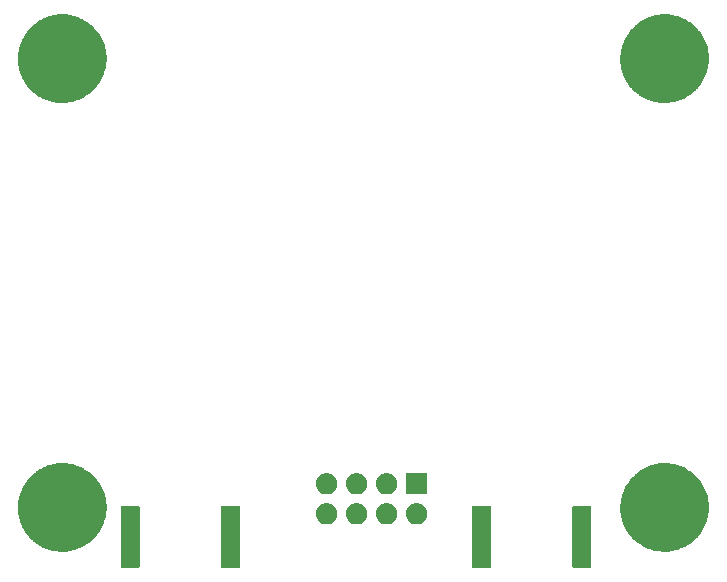
<source format=gbs>
G04 #@! TF.GenerationSoftware,KiCad,Pcbnew,(5.99.0-221-ga18d3cc)*
G04 #@! TF.CreationDate,2019-11-20T11:38:59-07:00*
G04 #@! TF.ProjectId,av3-top,6176332d-746f-4702-9e6b-696361645f70,rev?*
G04 #@! TF.SameCoordinates,Original*
G04 #@! TF.FileFunction,Soldermask,Bot*
G04 #@! TF.FilePolarity,Negative*
%FSLAX46Y46*%
G04 Gerber Fmt 4.6, Leading zero omitted, Abs format (unit mm)*
G04 Created by KiCad (PCBNEW (5.99.0-221-ga18d3cc)) date 2019-11-20 11:38:59*
%MOMM*%
%LPD*%
G04 APERTURE LIST*
%ADD10C,0.100000*%
G04 APERTURE END LIST*
D10*
G36*
X130019899Y-149911959D02*
G01*
X130036769Y-149923231D01*
X130048041Y-149940101D01*
X130054448Y-149972312D01*
X130054448Y-155027688D01*
X130051999Y-155040000D01*
X130048041Y-155059899D01*
X130036769Y-155076769D01*
X130019899Y-155088041D01*
X130000000Y-155091999D01*
X129987688Y-155094448D01*
X128512312Y-155094448D01*
X128480101Y-155088041D01*
X128463231Y-155076769D01*
X128451959Y-155059899D01*
X128445552Y-155027688D01*
X128445552Y-149972312D01*
X128451959Y-149940101D01*
X128463231Y-149923231D01*
X128480101Y-149911959D01*
X128512312Y-149905552D01*
X129987688Y-149905552D01*
X130019899Y-149911959D01*
G37*
G36*
X121519899Y-149911959D02*
G01*
X121536769Y-149923231D01*
X121548041Y-149940101D01*
X121554448Y-149972312D01*
X121554448Y-155027688D01*
X121551999Y-155040000D01*
X121548041Y-155059899D01*
X121536769Y-155076769D01*
X121519899Y-155088041D01*
X121500000Y-155091999D01*
X121487688Y-155094448D01*
X120012312Y-155094448D01*
X119980101Y-155088041D01*
X119963231Y-155076769D01*
X119951959Y-155059899D01*
X119945552Y-155027688D01*
X119945552Y-149972312D01*
X119951959Y-149940101D01*
X119963231Y-149923231D01*
X119980101Y-149911959D01*
X120012312Y-149905552D01*
X121487688Y-149905552D01*
X121519899Y-149911959D01*
G37*
G36*
X159769899Y-149911959D02*
G01*
X159786769Y-149923231D01*
X159798041Y-149940101D01*
X159804448Y-149972312D01*
X159804448Y-155027688D01*
X159801999Y-155040000D01*
X159798041Y-155059899D01*
X159786769Y-155076769D01*
X159769899Y-155088041D01*
X159750000Y-155091999D01*
X159737688Y-155094448D01*
X158262312Y-155094448D01*
X158230101Y-155088041D01*
X158213231Y-155076769D01*
X158201959Y-155059899D01*
X158195552Y-155027688D01*
X158195552Y-149972312D01*
X158201959Y-149940101D01*
X158213231Y-149923231D01*
X158230101Y-149911959D01*
X158262312Y-149905552D01*
X159737688Y-149905552D01*
X159769899Y-149911959D01*
G37*
G36*
X151269899Y-149911959D02*
G01*
X151286769Y-149923231D01*
X151298041Y-149940101D01*
X151304448Y-149972312D01*
X151304448Y-155027688D01*
X151301999Y-155040000D01*
X151298041Y-155059899D01*
X151286769Y-155076769D01*
X151269899Y-155088041D01*
X151250000Y-155091999D01*
X151237688Y-155094448D01*
X149762312Y-155094448D01*
X149730101Y-155088041D01*
X149713231Y-155076769D01*
X149701959Y-155059899D01*
X149695552Y-155027688D01*
X149695552Y-149972312D01*
X149701959Y-149940101D01*
X149713231Y-149923231D01*
X149730101Y-149911959D01*
X149762312Y-149905552D01*
X151237688Y-149905552D01*
X151269899Y-149911959D01*
G37*
G36*
X115149213Y-146251662D02*
G01*
X115294691Y-146255598D01*
X115341757Y-146261753D01*
X115386069Y-146264075D01*
X115530475Y-146286430D01*
X115678026Y-146305725D01*
X115721026Y-146315930D01*
X115761634Y-146322216D01*
X115906251Y-146359886D01*
X116054179Y-146394991D01*
X116092798Y-146408477D01*
X116129402Y-146418012D01*
X116272609Y-146471270D01*
X116419162Y-146522449D01*
X116453219Y-146538439D01*
X116485597Y-146550480D01*
X116625660Y-146619399D01*
X116769111Y-146686749D01*
X116798536Y-146704464D01*
X116826589Y-146718268D01*
X116961797Y-146802755D01*
X117100317Y-146886151D01*
X117125145Y-146904827D01*
X117148871Y-146919652D01*
X117277433Y-147019376D01*
X117409272Y-147118543D01*
X117429658Y-147137454D01*
X117449165Y-147152585D01*
X117569386Y-147267070D01*
X117692702Y-147381462D01*
X117708875Y-147399904D01*
X117724379Y-147414668D01*
X117834654Y-147543327D01*
X117947604Y-147672122D01*
X117959888Y-147689440D01*
X117971691Y-147703210D01*
X118070334Y-147845139D01*
X118171279Y-147987445D01*
X118180113Y-148003090D01*
X118188584Y-148015279D01*
X118274013Y-148169396D01*
X118361356Y-148324090D01*
X118367225Y-148337557D01*
X118372833Y-148347673D01*
X118443680Y-148512972D01*
X118515821Y-148678490D01*
X118519279Y-148689357D01*
X118522542Y-148696971D01*
X118577470Y-148872245D01*
X118633038Y-149046890D01*
X118634692Y-149054840D01*
X118636189Y-149059618D01*
X118674049Y-149244056D01*
X118711766Y-149425388D01*
X118712259Y-149430203D01*
X118712606Y-149431892D01*
X118732599Y-149628721D01*
X118751170Y-149809974D01*
X118750484Y-150203119D01*
X118749587Y-150211584D01*
X118749570Y-150216414D01*
X118729284Y-150403145D01*
X118709738Y-150587565D01*
X118708733Y-150592312D01*
X118708548Y-150594018D01*
X118667515Y-150787062D01*
X118629689Y-150965786D01*
X118573901Y-151139027D01*
X118513361Y-151327589D01*
X118512669Y-151329173D01*
X118511187Y-151333775D01*
X118436676Y-151503114D01*
X118361215Y-151675836D01*
X118358754Y-151680203D01*
X118355485Y-151687633D01*
X118264882Y-151846799D01*
X118174650Y-152006935D01*
X118169870Y-152013711D01*
X118164234Y-152023612D01*
X118059323Y-152170422D01*
X117955591Y-152317471D01*
X117948001Y-152326202D01*
X117939461Y-152338153D01*
X117821861Y-152471309D01*
X117706258Y-152604295D01*
X117695438Y-152614455D01*
X117683545Y-152627922D01*
X117555229Y-152746121D01*
X117429225Y-152864447D01*
X117414815Y-152875464D01*
X117399199Y-152889849D01*
X117261968Y-152992325D01*
X117127323Y-153095268D01*
X117109081Y-153106490D01*
X117089435Y-153121161D01*
X116945086Y-153207381D01*
X116803631Y-153294405D01*
X116781396Y-153305154D01*
X116757535Y-153319406D01*
X116607984Y-153388984D01*
X116461483Y-153459805D01*
X116435197Y-153469372D01*
X116407015Y-153482484D01*
X116254143Y-153535271D01*
X116104363Y-153589787D01*
X116074054Y-153597456D01*
X116041588Y-153608667D01*
X115887276Y-153644719D01*
X115735935Y-153683014D01*
X115701760Y-153688060D01*
X115665127Y-153696619D01*
X115511139Y-153716209D01*
X115359977Y-153738530D01*
X115322187Y-153740246D01*
X115281619Y-153745407D01*
X115129687Y-153748988D01*
X114980337Y-153755770D01*
X114939291Y-153753475D01*
X114895127Y-153754516D01*
X114746836Y-153742715D01*
X114600891Y-153734555D01*
X114557053Y-153727612D01*
X114509746Y-153723847D01*
X114366653Y-153697455D01*
X114225537Y-153675105D01*
X114179454Y-153662929D01*
X114129560Y-153653727D01*
X113993045Y-153613677D01*
X113858110Y-153578026D01*
X113810424Y-153560102D01*
X113758595Y-153544897D01*
X113629939Y-153492263D01*
X113502365Y-153444311D01*
X113453793Y-153420200D01*
X113400781Y-153398512D01*
X113281102Y-153334475D01*
X113161965Y-153275335D01*
X113113299Y-153244688D01*
X113059911Y-153216122D01*
X112950158Y-153141953D01*
X112840381Y-153072823D01*
X112792472Y-153035392D01*
X112739595Y-152999659D01*
X112640544Y-152916692D01*
X112540912Y-152838851D01*
X112494667Y-152794504D01*
X112443226Y-152751416D01*
X112355500Y-152661048D01*
X112266619Y-152575814D01*
X112222964Y-152524519D01*
X112173945Y-152474024D01*
X112097987Y-152377672D01*
X112020306Y-152286397D01*
X111980200Y-152228260D01*
X111934604Y-152170422D01*
X111870698Y-152069528D01*
X111804505Y-151973576D01*
X111768900Y-151908811D01*
X111727738Y-151843825D01*
X111675998Y-151739824D01*
X111621422Y-151640550D01*
X111591259Y-151569491D01*
X111555541Y-151497694D01*
X111515914Y-151391987D01*
X111472931Y-151290726D01*
X111449134Y-151213851D01*
X111419835Y-151135695D01*
X111392111Y-151029641D01*
X111360550Y-150927684D01*
X111343994Y-150845576D01*
X111322059Y-150761665D01*
X111305879Y-150656543D01*
X111285433Y-150555140D01*
X111276940Y-150468523D01*
X111263248Y-150379565D01*
X111258123Y-150276615D01*
X111248348Y-150176925D01*
X111248663Y-150086598D01*
X111244026Y-149993445D01*
X111249337Y-149893775D01*
X111249675Y-149796890D01*
X111259459Y-149703801D01*
X111264596Y-149607393D01*
X111279616Y-149512021D01*
X111289400Y-149418934D01*
X111309212Y-149324100D01*
X111324740Y-149225501D01*
X111348644Y-149135346D01*
X111367114Y-149046935D01*
X111397401Y-148951460D01*
X111423821Y-148851815D01*
X111455712Y-148767640D01*
X111482029Y-148684679D01*
X111523110Y-148589746D01*
X111560790Y-148490292D01*
X111599694Y-148412771D01*
X111632957Y-148335905D01*
X111685020Y-148242749D01*
X111734194Y-148144764D01*
X111779104Y-148074404D01*
X111818362Y-148004161D01*
X111881457Y-147914051D01*
X111942198Y-147818891D01*
X111992063Y-147756090D01*
X112036337Y-147692860D01*
X112110365Y-147607098D01*
X112182598Y-147516126D01*
X112236371Y-147461119D01*
X112284669Y-147405165D01*
X112369364Y-147325073D01*
X112452846Y-147239675D01*
X112509475Y-147192577D01*
X112560788Y-147144053D01*
X112655738Y-147070932D01*
X112750079Y-146992469D01*
X112808532Y-146953264D01*
X112861886Y-146912176D01*
X112966521Y-146847300D01*
X113071149Y-146777125D01*
X113130442Y-146745665D01*
X113184883Y-146711910D01*
X113298496Y-146656497D01*
X113412654Y-146595926D01*
X113471815Y-146571963D01*
X113526446Y-146545318D01*
X113648177Y-146500530D01*
X113770976Y-146450791D01*
X113829143Y-146433947D01*
X113883115Y-146414089D01*
X114011931Y-146381015D01*
X114142319Y-146343257D01*
X114198694Y-146333063D01*
X114251206Y-146319580D01*
X114385930Y-146299205D01*
X114522748Y-146274464D01*
X114576613Y-146270367D01*
X114626975Y-146262750D01*
X114766367Y-146255932D01*
X114908233Y-146245141D01*
X114958950Y-146246513D01*
X115006555Y-146244185D01*
X115149213Y-146251662D01*
G37*
G36*
X166149213Y-146251662D02*
G01*
X166294691Y-146255598D01*
X166341757Y-146261753D01*
X166386069Y-146264075D01*
X166530475Y-146286430D01*
X166678026Y-146305725D01*
X166721026Y-146315930D01*
X166761634Y-146322216D01*
X166906251Y-146359886D01*
X167054179Y-146394991D01*
X167092798Y-146408477D01*
X167129402Y-146418012D01*
X167272609Y-146471270D01*
X167419162Y-146522449D01*
X167453219Y-146538439D01*
X167485597Y-146550480D01*
X167625660Y-146619399D01*
X167769111Y-146686749D01*
X167798536Y-146704464D01*
X167826589Y-146718268D01*
X167961797Y-146802755D01*
X168100317Y-146886151D01*
X168125145Y-146904827D01*
X168148871Y-146919652D01*
X168277433Y-147019376D01*
X168409272Y-147118543D01*
X168429658Y-147137454D01*
X168449165Y-147152585D01*
X168569386Y-147267070D01*
X168692702Y-147381462D01*
X168708875Y-147399904D01*
X168724379Y-147414668D01*
X168834654Y-147543327D01*
X168947604Y-147672122D01*
X168959888Y-147689440D01*
X168971691Y-147703210D01*
X169070334Y-147845139D01*
X169171279Y-147987445D01*
X169180113Y-148003090D01*
X169188584Y-148015279D01*
X169274013Y-148169396D01*
X169361356Y-148324090D01*
X169367225Y-148337557D01*
X169372833Y-148347673D01*
X169443680Y-148512972D01*
X169515821Y-148678490D01*
X169519279Y-148689357D01*
X169522542Y-148696971D01*
X169577470Y-148872245D01*
X169633038Y-149046890D01*
X169634692Y-149054840D01*
X169636189Y-149059618D01*
X169674049Y-149244056D01*
X169711766Y-149425388D01*
X169712259Y-149430203D01*
X169712606Y-149431892D01*
X169732599Y-149628721D01*
X169751170Y-149809974D01*
X169750484Y-150203119D01*
X169749587Y-150211584D01*
X169749570Y-150216414D01*
X169729284Y-150403145D01*
X169709738Y-150587565D01*
X169708733Y-150592312D01*
X169708548Y-150594018D01*
X169667515Y-150787062D01*
X169629689Y-150965786D01*
X169573901Y-151139027D01*
X169513361Y-151327589D01*
X169512669Y-151329173D01*
X169511187Y-151333775D01*
X169436676Y-151503114D01*
X169361215Y-151675836D01*
X169358754Y-151680203D01*
X169355485Y-151687633D01*
X169264882Y-151846799D01*
X169174650Y-152006935D01*
X169169870Y-152013711D01*
X169164234Y-152023612D01*
X169059323Y-152170422D01*
X168955591Y-152317471D01*
X168948001Y-152326202D01*
X168939461Y-152338153D01*
X168821861Y-152471309D01*
X168706258Y-152604295D01*
X168695438Y-152614455D01*
X168683545Y-152627922D01*
X168555229Y-152746121D01*
X168429225Y-152864447D01*
X168414815Y-152875464D01*
X168399199Y-152889849D01*
X168261968Y-152992325D01*
X168127323Y-153095268D01*
X168109081Y-153106490D01*
X168089435Y-153121161D01*
X167945086Y-153207381D01*
X167803631Y-153294405D01*
X167781396Y-153305154D01*
X167757535Y-153319406D01*
X167607984Y-153388984D01*
X167461483Y-153459805D01*
X167435197Y-153469372D01*
X167407015Y-153482484D01*
X167254143Y-153535271D01*
X167104363Y-153589787D01*
X167074054Y-153597456D01*
X167041588Y-153608667D01*
X166887276Y-153644719D01*
X166735935Y-153683014D01*
X166701760Y-153688060D01*
X166665127Y-153696619D01*
X166511139Y-153716209D01*
X166359977Y-153738530D01*
X166322187Y-153740246D01*
X166281619Y-153745407D01*
X166129687Y-153748988D01*
X165980337Y-153755770D01*
X165939291Y-153753475D01*
X165895127Y-153754516D01*
X165746836Y-153742715D01*
X165600891Y-153734555D01*
X165557053Y-153727612D01*
X165509746Y-153723847D01*
X165366653Y-153697455D01*
X165225537Y-153675105D01*
X165179454Y-153662929D01*
X165129560Y-153653727D01*
X164993045Y-153613677D01*
X164858110Y-153578026D01*
X164810424Y-153560102D01*
X164758595Y-153544897D01*
X164629939Y-153492263D01*
X164502365Y-153444311D01*
X164453793Y-153420200D01*
X164400781Y-153398512D01*
X164281102Y-153334475D01*
X164161965Y-153275335D01*
X164113299Y-153244688D01*
X164059911Y-153216122D01*
X163950158Y-153141953D01*
X163840381Y-153072823D01*
X163792472Y-153035392D01*
X163739595Y-152999659D01*
X163640544Y-152916692D01*
X163540912Y-152838851D01*
X163494667Y-152794504D01*
X163443226Y-152751416D01*
X163355500Y-152661048D01*
X163266619Y-152575814D01*
X163222964Y-152524519D01*
X163173945Y-152474024D01*
X163097987Y-152377672D01*
X163020306Y-152286397D01*
X162980200Y-152228260D01*
X162934604Y-152170422D01*
X162870698Y-152069528D01*
X162804505Y-151973576D01*
X162768900Y-151908811D01*
X162727738Y-151843825D01*
X162675998Y-151739824D01*
X162621422Y-151640550D01*
X162591259Y-151569491D01*
X162555541Y-151497694D01*
X162515914Y-151391987D01*
X162472931Y-151290726D01*
X162449134Y-151213851D01*
X162419835Y-151135695D01*
X162392111Y-151029641D01*
X162360550Y-150927684D01*
X162343994Y-150845576D01*
X162322059Y-150761665D01*
X162305879Y-150656543D01*
X162285433Y-150555140D01*
X162276940Y-150468523D01*
X162263248Y-150379565D01*
X162258123Y-150276615D01*
X162248348Y-150176925D01*
X162248663Y-150086598D01*
X162244026Y-149993445D01*
X162249337Y-149893775D01*
X162249675Y-149796890D01*
X162259459Y-149703801D01*
X162264596Y-149607393D01*
X162279616Y-149512021D01*
X162289400Y-149418934D01*
X162309212Y-149324100D01*
X162324740Y-149225501D01*
X162348644Y-149135346D01*
X162367114Y-149046935D01*
X162397401Y-148951460D01*
X162423821Y-148851815D01*
X162455712Y-148767640D01*
X162482029Y-148684679D01*
X162523110Y-148589746D01*
X162560790Y-148490292D01*
X162599694Y-148412771D01*
X162632957Y-148335905D01*
X162685020Y-148242749D01*
X162734194Y-148144764D01*
X162779104Y-148074404D01*
X162818362Y-148004161D01*
X162881457Y-147914051D01*
X162942198Y-147818891D01*
X162992063Y-147756090D01*
X163036337Y-147692860D01*
X163110365Y-147607098D01*
X163182598Y-147516126D01*
X163236371Y-147461119D01*
X163284669Y-147405165D01*
X163369364Y-147325073D01*
X163452846Y-147239675D01*
X163509475Y-147192577D01*
X163560788Y-147144053D01*
X163655738Y-147070932D01*
X163750079Y-146992469D01*
X163808532Y-146953264D01*
X163861886Y-146912176D01*
X163966521Y-146847300D01*
X164071149Y-146777125D01*
X164130442Y-146745665D01*
X164184883Y-146711910D01*
X164298496Y-146656497D01*
X164412654Y-146595926D01*
X164471815Y-146571963D01*
X164526446Y-146545318D01*
X164648177Y-146500530D01*
X164770976Y-146450791D01*
X164829143Y-146433947D01*
X164883115Y-146414089D01*
X165011931Y-146381015D01*
X165142319Y-146343257D01*
X165198694Y-146333063D01*
X165251206Y-146319580D01*
X165385930Y-146299205D01*
X165522748Y-146274464D01*
X165576613Y-146270367D01*
X165626975Y-146262750D01*
X165766367Y-146255932D01*
X165908233Y-146245141D01*
X165958950Y-146246513D01*
X166006555Y-146244185D01*
X166149213Y-146251662D01*
G37*
G36*
X142648360Y-149653835D02*
G01*
X142729397Y-149680166D01*
X142816663Y-149707848D01*
X142819655Y-149709493D01*
X142828488Y-149712363D01*
X142900466Y-149753919D01*
X142971499Y-149792970D01*
X142978986Y-149799253D01*
X142992511Y-149807061D01*
X143050259Y-149859057D01*
X143106857Y-149906549D01*
X143116962Y-149919118D01*
X143133261Y-149933793D01*
X143175454Y-149991867D01*
X143217579Y-150044260D01*
X143227994Y-150064182D01*
X143244586Y-150087019D01*
X143271297Y-150147012D01*
X143299439Y-150200843D01*
X143307582Y-150228510D01*
X143321621Y-150260042D01*
X143333992Y-150318241D01*
X143349328Y-150370349D01*
X143352518Y-150405401D01*
X143360999Y-150445301D01*
X143360999Y-150498592D01*
X143365343Y-150546324D01*
X143360999Y-150587653D01*
X143360999Y-150634699D01*
X143351217Y-150680721D01*
X143346873Y-150722047D01*
X143332702Y-150767827D01*
X143321621Y-150819958D01*
X143305028Y-150857226D01*
X143294622Y-150890843D01*
X143268789Y-150938620D01*
X143244586Y-150992981D01*
X143224298Y-151020905D01*
X143210580Y-151046276D01*
X143171859Y-151093082D01*
X143133261Y-151146207D01*
X143112284Y-151165095D01*
X143097952Y-151182419D01*
X143045845Y-151224917D01*
X142992511Y-151272939D01*
X142973524Y-151283901D01*
X142961025Y-151294095D01*
X142895780Y-151328786D01*
X142828488Y-151367637D01*
X142813636Y-151372463D01*
X142805003Y-151377053D01*
X142727430Y-151400473D01*
X142648360Y-151426165D01*
X142639114Y-151427137D01*
X142635851Y-151428122D01*
X142544710Y-151437059D01*
X142507211Y-151441000D01*
X142412789Y-151441000D01*
X142271640Y-151426165D01*
X142190603Y-151399834D01*
X142103337Y-151372152D01*
X142100345Y-151370507D01*
X142091512Y-151367637D01*
X142019534Y-151326081D01*
X141948501Y-151287030D01*
X141941014Y-151280747D01*
X141927489Y-151272939D01*
X141869741Y-151220943D01*
X141813143Y-151173451D01*
X141803038Y-151160882D01*
X141786739Y-151146207D01*
X141744546Y-151088133D01*
X141702421Y-151035740D01*
X141692006Y-151015818D01*
X141675414Y-150992981D01*
X141648703Y-150932988D01*
X141620561Y-150879157D01*
X141612418Y-150851490D01*
X141598379Y-150819958D01*
X141586008Y-150761759D01*
X141570672Y-150709651D01*
X141567482Y-150674599D01*
X141559001Y-150634699D01*
X141559001Y-150581408D01*
X141554657Y-150533676D01*
X141559001Y-150492347D01*
X141559001Y-150445301D01*
X141568783Y-150399279D01*
X141573127Y-150357953D01*
X141587298Y-150312173D01*
X141598379Y-150260042D01*
X141614972Y-150222774D01*
X141625378Y-150189157D01*
X141651211Y-150141380D01*
X141675414Y-150087019D01*
X141695702Y-150059095D01*
X141709420Y-150033724D01*
X141748141Y-149986918D01*
X141786739Y-149933793D01*
X141807716Y-149914905D01*
X141822048Y-149897581D01*
X141874155Y-149855083D01*
X141927489Y-149807061D01*
X141946476Y-149796099D01*
X141958975Y-149785905D01*
X142024220Y-149751214D01*
X142091512Y-149712363D01*
X142106364Y-149707537D01*
X142114997Y-149702947D01*
X142192570Y-149679527D01*
X142271640Y-149653835D01*
X142280886Y-149652863D01*
X142284149Y-149651878D01*
X142375290Y-149642941D01*
X142412789Y-149639000D01*
X142507211Y-149639000D01*
X142648360Y-149653835D01*
G37*
G36*
X140108360Y-149653835D02*
G01*
X140189397Y-149680166D01*
X140276663Y-149707848D01*
X140279655Y-149709493D01*
X140288488Y-149712363D01*
X140360466Y-149753919D01*
X140431499Y-149792970D01*
X140438986Y-149799253D01*
X140452511Y-149807061D01*
X140510259Y-149859057D01*
X140566857Y-149906549D01*
X140576962Y-149919118D01*
X140593261Y-149933793D01*
X140635454Y-149991867D01*
X140677579Y-150044260D01*
X140687994Y-150064182D01*
X140704586Y-150087019D01*
X140731297Y-150147012D01*
X140759439Y-150200843D01*
X140767582Y-150228510D01*
X140781621Y-150260042D01*
X140793992Y-150318241D01*
X140809328Y-150370349D01*
X140812518Y-150405401D01*
X140820999Y-150445301D01*
X140820999Y-150498592D01*
X140825343Y-150546324D01*
X140820999Y-150587653D01*
X140820999Y-150634699D01*
X140811217Y-150680721D01*
X140806873Y-150722047D01*
X140792702Y-150767827D01*
X140781621Y-150819958D01*
X140765028Y-150857226D01*
X140754622Y-150890843D01*
X140728789Y-150938620D01*
X140704586Y-150992981D01*
X140684298Y-151020905D01*
X140670580Y-151046276D01*
X140631859Y-151093082D01*
X140593261Y-151146207D01*
X140572284Y-151165095D01*
X140557952Y-151182419D01*
X140505845Y-151224917D01*
X140452511Y-151272939D01*
X140433524Y-151283901D01*
X140421025Y-151294095D01*
X140355780Y-151328786D01*
X140288488Y-151367637D01*
X140273636Y-151372463D01*
X140265003Y-151377053D01*
X140187430Y-151400473D01*
X140108360Y-151426165D01*
X140099114Y-151427137D01*
X140095851Y-151428122D01*
X140004710Y-151437059D01*
X139967211Y-151441000D01*
X139872789Y-151441000D01*
X139731640Y-151426165D01*
X139650603Y-151399834D01*
X139563337Y-151372152D01*
X139560345Y-151370507D01*
X139551512Y-151367637D01*
X139479534Y-151326081D01*
X139408501Y-151287030D01*
X139401014Y-151280747D01*
X139387489Y-151272939D01*
X139329741Y-151220943D01*
X139273143Y-151173451D01*
X139263038Y-151160882D01*
X139246739Y-151146207D01*
X139204546Y-151088133D01*
X139162421Y-151035740D01*
X139152006Y-151015818D01*
X139135414Y-150992981D01*
X139108703Y-150932988D01*
X139080561Y-150879157D01*
X139072418Y-150851490D01*
X139058379Y-150819958D01*
X139046008Y-150761759D01*
X139030672Y-150709651D01*
X139027482Y-150674599D01*
X139019001Y-150634699D01*
X139019001Y-150581408D01*
X139014657Y-150533676D01*
X139019001Y-150492347D01*
X139019001Y-150445301D01*
X139028783Y-150399279D01*
X139033127Y-150357953D01*
X139047298Y-150312173D01*
X139058379Y-150260042D01*
X139074972Y-150222774D01*
X139085378Y-150189157D01*
X139111211Y-150141380D01*
X139135414Y-150087019D01*
X139155702Y-150059095D01*
X139169420Y-150033724D01*
X139208141Y-149986918D01*
X139246739Y-149933793D01*
X139267716Y-149914905D01*
X139282048Y-149897581D01*
X139334155Y-149855083D01*
X139387489Y-149807061D01*
X139406476Y-149796099D01*
X139418975Y-149785905D01*
X139484220Y-149751214D01*
X139551512Y-149712363D01*
X139566364Y-149707537D01*
X139574997Y-149702947D01*
X139652570Y-149679527D01*
X139731640Y-149653835D01*
X139740886Y-149652863D01*
X139744149Y-149651878D01*
X139835290Y-149642941D01*
X139872789Y-149639000D01*
X139967211Y-149639000D01*
X140108360Y-149653835D01*
G37*
G36*
X145188360Y-149653835D02*
G01*
X145269397Y-149680166D01*
X145356663Y-149707848D01*
X145359655Y-149709493D01*
X145368488Y-149712363D01*
X145440466Y-149753919D01*
X145511499Y-149792970D01*
X145518986Y-149799253D01*
X145532511Y-149807061D01*
X145590259Y-149859057D01*
X145646857Y-149906549D01*
X145656962Y-149919118D01*
X145673261Y-149933793D01*
X145715454Y-149991867D01*
X145757579Y-150044260D01*
X145767994Y-150064182D01*
X145784586Y-150087019D01*
X145811297Y-150147012D01*
X145839439Y-150200843D01*
X145847582Y-150228510D01*
X145861621Y-150260042D01*
X145873992Y-150318241D01*
X145889328Y-150370349D01*
X145892518Y-150405401D01*
X145900999Y-150445301D01*
X145900999Y-150498592D01*
X145905343Y-150546324D01*
X145900999Y-150587653D01*
X145900999Y-150634699D01*
X145891217Y-150680721D01*
X145886873Y-150722047D01*
X145872702Y-150767827D01*
X145861621Y-150819958D01*
X145845028Y-150857226D01*
X145834622Y-150890843D01*
X145808789Y-150938620D01*
X145784586Y-150992981D01*
X145764298Y-151020905D01*
X145750580Y-151046276D01*
X145711859Y-151093082D01*
X145673261Y-151146207D01*
X145652284Y-151165095D01*
X145637952Y-151182419D01*
X145585845Y-151224917D01*
X145532511Y-151272939D01*
X145513524Y-151283901D01*
X145501025Y-151294095D01*
X145435780Y-151328786D01*
X145368488Y-151367637D01*
X145353636Y-151372463D01*
X145345003Y-151377053D01*
X145267430Y-151400473D01*
X145188360Y-151426165D01*
X145179114Y-151427137D01*
X145175851Y-151428122D01*
X145084710Y-151437059D01*
X145047211Y-151441000D01*
X144952789Y-151441000D01*
X144811640Y-151426165D01*
X144730603Y-151399834D01*
X144643337Y-151372152D01*
X144640345Y-151370507D01*
X144631512Y-151367637D01*
X144559534Y-151326081D01*
X144488501Y-151287030D01*
X144481014Y-151280747D01*
X144467489Y-151272939D01*
X144409741Y-151220943D01*
X144353143Y-151173451D01*
X144343038Y-151160882D01*
X144326739Y-151146207D01*
X144284546Y-151088133D01*
X144242421Y-151035740D01*
X144232006Y-151015818D01*
X144215414Y-150992981D01*
X144188703Y-150932988D01*
X144160561Y-150879157D01*
X144152418Y-150851490D01*
X144138379Y-150819958D01*
X144126008Y-150761759D01*
X144110672Y-150709651D01*
X144107482Y-150674599D01*
X144099001Y-150634699D01*
X144099001Y-150581408D01*
X144094657Y-150533676D01*
X144099001Y-150492347D01*
X144099001Y-150445301D01*
X144108783Y-150399279D01*
X144113127Y-150357953D01*
X144127298Y-150312173D01*
X144138379Y-150260042D01*
X144154972Y-150222774D01*
X144165378Y-150189157D01*
X144191211Y-150141380D01*
X144215414Y-150087019D01*
X144235702Y-150059095D01*
X144249420Y-150033724D01*
X144288141Y-149986918D01*
X144326739Y-149933793D01*
X144347716Y-149914905D01*
X144362048Y-149897581D01*
X144414155Y-149855083D01*
X144467489Y-149807061D01*
X144486476Y-149796099D01*
X144498975Y-149785905D01*
X144564220Y-149751214D01*
X144631512Y-149712363D01*
X144646364Y-149707537D01*
X144654997Y-149702947D01*
X144732570Y-149679527D01*
X144811640Y-149653835D01*
X144820886Y-149652863D01*
X144824149Y-149651878D01*
X144915290Y-149642941D01*
X144952789Y-149639000D01*
X145047211Y-149639000D01*
X145188360Y-149653835D01*
G37*
G36*
X137568360Y-149653835D02*
G01*
X137649397Y-149680166D01*
X137736663Y-149707848D01*
X137739655Y-149709493D01*
X137748488Y-149712363D01*
X137820466Y-149753919D01*
X137891499Y-149792970D01*
X137898986Y-149799253D01*
X137912511Y-149807061D01*
X137970259Y-149859057D01*
X138026857Y-149906549D01*
X138036962Y-149919118D01*
X138053261Y-149933793D01*
X138095454Y-149991867D01*
X138137579Y-150044260D01*
X138147994Y-150064182D01*
X138164586Y-150087019D01*
X138191297Y-150147012D01*
X138219439Y-150200843D01*
X138227582Y-150228510D01*
X138241621Y-150260042D01*
X138253992Y-150318241D01*
X138269328Y-150370349D01*
X138272518Y-150405401D01*
X138280999Y-150445301D01*
X138280999Y-150498592D01*
X138285343Y-150546324D01*
X138280999Y-150587653D01*
X138280999Y-150634699D01*
X138271217Y-150680721D01*
X138266873Y-150722047D01*
X138252702Y-150767827D01*
X138241621Y-150819958D01*
X138225028Y-150857226D01*
X138214622Y-150890843D01*
X138188789Y-150938620D01*
X138164586Y-150992981D01*
X138144298Y-151020905D01*
X138130580Y-151046276D01*
X138091859Y-151093082D01*
X138053261Y-151146207D01*
X138032284Y-151165095D01*
X138017952Y-151182419D01*
X137965845Y-151224917D01*
X137912511Y-151272939D01*
X137893524Y-151283901D01*
X137881025Y-151294095D01*
X137815780Y-151328786D01*
X137748488Y-151367637D01*
X137733636Y-151372463D01*
X137725003Y-151377053D01*
X137647430Y-151400473D01*
X137568360Y-151426165D01*
X137559114Y-151427137D01*
X137555851Y-151428122D01*
X137464710Y-151437059D01*
X137427211Y-151441000D01*
X137332789Y-151441000D01*
X137191640Y-151426165D01*
X137110603Y-151399834D01*
X137023337Y-151372152D01*
X137020345Y-151370507D01*
X137011512Y-151367637D01*
X136939534Y-151326081D01*
X136868501Y-151287030D01*
X136861014Y-151280747D01*
X136847489Y-151272939D01*
X136789741Y-151220943D01*
X136733143Y-151173451D01*
X136723038Y-151160882D01*
X136706739Y-151146207D01*
X136664546Y-151088133D01*
X136622421Y-151035740D01*
X136612006Y-151015818D01*
X136595414Y-150992981D01*
X136568703Y-150932988D01*
X136540561Y-150879157D01*
X136532418Y-150851490D01*
X136518379Y-150819958D01*
X136506008Y-150761759D01*
X136490672Y-150709651D01*
X136487482Y-150674599D01*
X136479001Y-150634699D01*
X136479001Y-150581408D01*
X136474657Y-150533676D01*
X136479001Y-150492347D01*
X136479001Y-150445301D01*
X136488783Y-150399279D01*
X136493127Y-150357953D01*
X136507298Y-150312173D01*
X136518379Y-150260042D01*
X136534972Y-150222774D01*
X136545378Y-150189157D01*
X136571211Y-150141380D01*
X136595414Y-150087019D01*
X136615702Y-150059095D01*
X136629420Y-150033724D01*
X136668141Y-149986918D01*
X136706739Y-149933793D01*
X136727716Y-149914905D01*
X136742048Y-149897581D01*
X136794155Y-149855083D01*
X136847489Y-149807061D01*
X136866476Y-149796099D01*
X136878975Y-149785905D01*
X136944220Y-149751214D01*
X137011512Y-149712363D01*
X137026364Y-149707537D01*
X137034997Y-149702947D01*
X137112570Y-149679527D01*
X137191640Y-149653835D01*
X137200886Y-149652863D01*
X137204149Y-149651878D01*
X137295290Y-149642941D01*
X137332789Y-149639000D01*
X137427211Y-149639000D01*
X137568360Y-149653835D01*
G37*
G36*
X145869899Y-147101959D02*
G01*
X145886769Y-147113231D01*
X145898041Y-147130101D01*
X145904448Y-147162312D01*
X145904448Y-148837688D01*
X145901999Y-148850000D01*
X145898041Y-148869899D01*
X145886769Y-148886769D01*
X145869899Y-148898041D01*
X145850000Y-148901999D01*
X145837688Y-148904448D01*
X144162312Y-148904448D01*
X144130101Y-148898041D01*
X144113231Y-148886769D01*
X144101959Y-148869899D01*
X144095552Y-148837688D01*
X144095552Y-147162312D01*
X144101959Y-147130101D01*
X144113231Y-147113231D01*
X144130101Y-147101959D01*
X144162312Y-147095552D01*
X145837688Y-147095552D01*
X145869899Y-147101959D01*
G37*
G36*
X137568360Y-147113835D02*
G01*
X137649397Y-147140166D01*
X137736663Y-147167848D01*
X137739655Y-147169493D01*
X137748488Y-147172363D01*
X137820466Y-147213919D01*
X137891499Y-147252970D01*
X137898986Y-147259253D01*
X137912511Y-147267061D01*
X137970259Y-147319057D01*
X138026857Y-147366549D01*
X138036962Y-147379118D01*
X138053261Y-147393793D01*
X138095454Y-147451867D01*
X138137579Y-147504260D01*
X138147994Y-147524182D01*
X138164586Y-147547019D01*
X138191297Y-147607012D01*
X138219439Y-147660843D01*
X138227582Y-147688510D01*
X138241621Y-147720042D01*
X138253992Y-147778241D01*
X138269328Y-147830349D01*
X138272518Y-147865401D01*
X138280999Y-147905301D01*
X138280999Y-147958592D01*
X138285343Y-148006324D01*
X138280999Y-148047653D01*
X138280999Y-148094699D01*
X138271217Y-148140721D01*
X138266873Y-148182047D01*
X138252702Y-148227827D01*
X138241621Y-148279958D01*
X138225028Y-148317226D01*
X138214622Y-148350843D01*
X138188789Y-148398620D01*
X138164586Y-148452981D01*
X138144298Y-148480905D01*
X138130580Y-148506276D01*
X138091859Y-148553082D01*
X138053261Y-148606207D01*
X138032284Y-148625095D01*
X138017952Y-148642419D01*
X137965845Y-148684917D01*
X137912511Y-148732939D01*
X137893524Y-148743901D01*
X137881025Y-148754095D01*
X137815780Y-148788786D01*
X137748488Y-148827637D01*
X137733636Y-148832463D01*
X137725003Y-148837053D01*
X137647430Y-148860473D01*
X137568360Y-148886165D01*
X137559114Y-148887137D01*
X137555851Y-148888122D01*
X137464710Y-148897059D01*
X137427211Y-148901000D01*
X137332789Y-148901000D01*
X137191640Y-148886165D01*
X137110603Y-148859834D01*
X137023337Y-148832152D01*
X137020345Y-148830507D01*
X137011512Y-148827637D01*
X136939534Y-148786081D01*
X136868501Y-148747030D01*
X136861014Y-148740747D01*
X136847489Y-148732939D01*
X136789741Y-148680943D01*
X136733143Y-148633451D01*
X136723038Y-148620882D01*
X136706739Y-148606207D01*
X136664546Y-148548133D01*
X136622421Y-148495740D01*
X136612006Y-148475818D01*
X136595414Y-148452981D01*
X136568703Y-148392988D01*
X136540561Y-148339157D01*
X136532418Y-148311490D01*
X136518379Y-148279958D01*
X136506008Y-148221759D01*
X136490672Y-148169651D01*
X136487482Y-148134599D01*
X136479001Y-148094699D01*
X136479001Y-148041408D01*
X136474657Y-147993676D01*
X136479001Y-147952347D01*
X136479001Y-147905301D01*
X136488783Y-147859279D01*
X136493127Y-147817953D01*
X136507298Y-147772173D01*
X136518379Y-147720042D01*
X136534972Y-147682774D01*
X136545378Y-147649157D01*
X136571211Y-147601380D01*
X136595414Y-147547019D01*
X136615702Y-147519095D01*
X136629420Y-147493724D01*
X136668141Y-147446918D01*
X136706739Y-147393793D01*
X136727716Y-147374905D01*
X136742048Y-147357581D01*
X136794155Y-147315083D01*
X136847489Y-147267061D01*
X136866476Y-147256099D01*
X136878975Y-147245905D01*
X136944220Y-147211214D01*
X137011512Y-147172363D01*
X137026364Y-147167537D01*
X137034997Y-147162947D01*
X137112570Y-147139527D01*
X137191640Y-147113835D01*
X137200886Y-147112863D01*
X137204149Y-147111878D01*
X137295290Y-147102941D01*
X137332789Y-147099000D01*
X137427211Y-147099000D01*
X137568360Y-147113835D01*
G37*
G36*
X142648360Y-147113835D02*
G01*
X142729397Y-147140166D01*
X142816663Y-147167848D01*
X142819655Y-147169493D01*
X142828488Y-147172363D01*
X142900466Y-147213919D01*
X142971499Y-147252970D01*
X142978986Y-147259253D01*
X142992511Y-147267061D01*
X143050259Y-147319057D01*
X143106857Y-147366549D01*
X143116962Y-147379118D01*
X143133261Y-147393793D01*
X143175454Y-147451867D01*
X143217579Y-147504260D01*
X143227994Y-147524182D01*
X143244586Y-147547019D01*
X143271297Y-147607012D01*
X143299439Y-147660843D01*
X143307582Y-147688510D01*
X143321621Y-147720042D01*
X143333992Y-147778241D01*
X143349328Y-147830349D01*
X143352518Y-147865401D01*
X143360999Y-147905301D01*
X143360999Y-147958592D01*
X143365343Y-148006324D01*
X143360999Y-148047653D01*
X143360999Y-148094699D01*
X143351217Y-148140721D01*
X143346873Y-148182047D01*
X143332702Y-148227827D01*
X143321621Y-148279958D01*
X143305028Y-148317226D01*
X143294622Y-148350843D01*
X143268789Y-148398620D01*
X143244586Y-148452981D01*
X143224298Y-148480905D01*
X143210580Y-148506276D01*
X143171859Y-148553082D01*
X143133261Y-148606207D01*
X143112284Y-148625095D01*
X143097952Y-148642419D01*
X143045845Y-148684917D01*
X142992511Y-148732939D01*
X142973524Y-148743901D01*
X142961025Y-148754095D01*
X142895780Y-148788786D01*
X142828488Y-148827637D01*
X142813636Y-148832463D01*
X142805003Y-148837053D01*
X142727430Y-148860473D01*
X142648360Y-148886165D01*
X142639114Y-148887137D01*
X142635851Y-148888122D01*
X142544710Y-148897059D01*
X142507211Y-148901000D01*
X142412789Y-148901000D01*
X142271640Y-148886165D01*
X142190603Y-148859834D01*
X142103337Y-148832152D01*
X142100345Y-148830507D01*
X142091512Y-148827637D01*
X142019534Y-148786081D01*
X141948501Y-148747030D01*
X141941014Y-148740747D01*
X141927489Y-148732939D01*
X141869741Y-148680943D01*
X141813143Y-148633451D01*
X141803038Y-148620882D01*
X141786739Y-148606207D01*
X141744546Y-148548133D01*
X141702421Y-148495740D01*
X141692006Y-148475818D01*
X141675414Y-148452981D01*
X141648703Y-148392988D01*
X141620561Y-148339157D01*
X141612418Y-148311490D01*
X141598379Y-148279958D01*
X141586008Y-148221759D01*
X141570672Y-148169651D01*
X141567482Y-148134599D01*
X141559001Y-148094699D01*
X141559001Y-148041408D01*
X141554657Y-147993676D01*
X141559001Y-147952347D01*
X141559001Y-147905301D01*
X141568783Y-147859279D01*
X141573127Y-147817953D01*
X141587298Y-147772173D01*
X141598379Y-147720042D01*
X141614972Y-147682774D01*
X141625378Y-147649157D01*
X141651211Y-147601380D01*
X141675414Y-147547019D01*
X141695702Y-147519095D01*
X141709420Y-147493724D01*
X141748141Y-147446918D01*
X141786739Y-147393793D01*
X141807716Y-147374905D01*
X141822048Y-147357581D01*
X141874155Y-147315083D01*
X141927489Y-147267061D01*
X141946476Y-147256099D01*
X141958975Y-147245905D01*
X142024220Y-147211214D01*
X142091512Y-147172363D01*
X142106364Y-147167537D01*
X142114997Y-147162947D01*
X142192570Y-147139527D01*
X142271640Y-147113835D01*
X142280886Y-147112863D01*
X142284149Y-147111878D01*
X142375290Y-147102941D01*
X142412789Y-147099000D01*
X142507211Y-147099000D01*
X142648360Y-147113835D01*
G37*
G36*
X140108360Y-147113835D02*
G01*
X140189397Y-147140166D01*
X140276663Y-147167848D01*
X140279655Y-147169493D01*
X140288488Y-147172363D01*
X140360466Y-147213919D01*
X140431499Y-147252970D01*
X140438986Y-147259253D01*
X140452511Y-147267061D01*
X140510259Y-147319057D01*
X140566857Y-147366549D01*
X140576962Y-147379118D01*
X140593261Y-147393793D01*
X140635454Y-147451867D01*
X140677579Y-147504260D01*
X140687994Y-147524182D01*
X140704586Y-147547019D01*
X140731297Y-147607012D01*
X140759439Y-147660843D01*
X140767582Y-147688510D01*
X140781621Y-147720042D01*
X140793992Y-147778241D01*
X140809328Y-147830349D01*
X140812518Y-147865401D01*
X140820999Y-147905301D01*
X140820999Y-147958592D01*
X140825343Y-148006324D01*
X140820999Y-148047653D01*
X140820999Y-148094699D01*
X140811217Y-148140721D01*
X140806873Y-148182047D01*
X140792702Y-148227827D01*
X140781621Y-148279958D01*
X140765028Y-148317226D01*
X140754622Y-148350843D01*
X140728789Y-148398620D01*
X140704586Y-148452981D01*
X140684298Y-148480905D01*
X140670580Y-148506276D01*
X140631859Y-148553082D01*
X140593261Y-148606207D01*
X140572284Y-148625095D01*
X140557952Y-148642419D01*
X140505845Y-148684917D01*
X140452511Y-148732939D01*
X140433524Y-148743901D01*
X140421025Y-148754095D01*
X140355780Y-148788786D01*
X140288488Y-148827637D01*
X140273636Y-148832463D01*
X140265003Y-148837053D01*
X140187430Y-148860473D01*
X140108360Y-148886165D01*
X140099114Y-148887137D01*
X140095851Y-148888122D01*
X140004710Y-148897059D01*
X139967211Y-148901000D01*
X139872789Y-148901000D01*
X139731640Y-148886165D01*
X139650603Y-148859834D01*
X139563337Y-148832152D01*
X139560345Y-148830507D01*
X139551512Y-148827637D01*
X139479534Y-148786081D01*
X139408501Y-148747030D01*
X139401014Y-148740747D01*
X139387489Y-148732939D01*
X139329741Y-148680943D01*
X139273143Y-148633451D01*
X139263038Y-148620882D01*
X139246739Y-148606207D01*
X139204546Y-148548133D01*
X139162421Y-148495740D01*
X139152006Y-148475818D01*
X139135414Y-148452981D01*
X139108703Y-148392988D01*
X139080561Y-148339157D01*
X139072418Y-148311490D01*
X139058379Y-148279958D01*
X139046008Y-148221759D01*
X139030672Y-148169651D01*
X139027482Y-148134599D01*
X139019001Y-148094699D01*
X139019001Y-148041408D01*
X139014657Y-147993676D01*
X139019001Y-147952347D01*
X139019001Y-147905301D01*
X139028783Y-147859279D01*
X139033127Y-147817953D01*
X139047298Y-147772173D01*
X139058379Y-147720042D01*
X139074972Y-147682774D01*
X139085378Y-147649157D01*
X139111211Y-147601380D01*
X139135414Y-147547019D01*
X139155702Y-147519095D01*
X139169420Y-147493724D01*
X139208141Y-147446918D01*
X139246739Y-147393793D01*
X139267716Y-147374905D01*
X139282048Y-147357581D01*
X139334155Y-147315083D01*
X139387489Y-147267061D01*
X139406476Y-147256099D01*
X139418975Y-147245905D01*
X139484220Y-147211214D01*
X139551512Y-147172363D01*
X139566364Y-147167537D01*
X139574997Y-147162947D01*
X139652570Y-147139527D01*
X139731640Y-147113835D01*
X139740886Y-147112863D01*
X139744149Y-147111878D01*
X139835290Y-147102941D01*
X139872789Y-147099000D01*
X139967211Y-147099000D01*
X140108360Y-147113835D01*
G37*
G36*
X115149213Y-108251662D02*
G01*
X115294691Y-108255598D01*
X115341757Y-108261753D01*
X115386069Y-108264075D01*
X115530475Y-108286430D01*
X115678026Y-108305725D01*
X115721026Y-108315930D01*
X115761634Y-108322216D01*
X115906251Y-108359886D01*
X116054179Y-108394991D01*
X116092798Y-108408477D01*
X116129402Y-108418012D01*
X116272609Y-108471270D01*
X116419162Y-108522449D01*
X116453219Y-108538439D01*
X116485597Y-108550480D01*
X116625660Y-108619399D01*
X116769111Y-108686749D01*
X116798536Y-108704464D01*
X116826589Y-108718268D01*
X116961797Y-108802755D01*
X117100317Y-108886151D01*
X117125145Y-108904827D01*
X117148871Y-108919652D01*
X117277433Y-109019376D01*
X117409272Y-109118543D01*
X117429658Y-109137454D01*
X117449165Y-109152585D01*
X117569386Y-109267070D01*
X117692702Y-109381462D01*
X117708875Y-109399904D01*
X117724379Y-109414668D01*
X117834654Y-109543327D01*
X117947604Y-109672122D01*
X117959888Y-109689440D01*
X117971691Y-109703210D01*
X118070334Y-109845139D01*
X118171279Y-109987445D01*
X118180113Y-110003090D01*
X118188584Y-110015279D01*
X118274013Y-110169396D01*
X118361356Y-110324090D01*
X118367225Y-110337557D01*
X118372833Y-110347673D01*
X118443680Y-110512972D01*
X118515821Y-110678490D01*
X118519279Y-110689357D01*
X118522542Y-110696971D01*
X118577470Y-110872245D01*
X118633038Y-111046890D01*
X118634692Y-111054840D01*
X118636189Y-111059618D01*
X118674049Y-111244056D01*
X118711766Y-111425388D01*
X118712259Y-111430203D01*
X118712606Y-111431892D01*
X118732599Y-111628721D01*
X118751170Y-111809974D01*
X118750484Y-112203119D01*
X118749587Y-112211584D01*
X118749570Y-112216414D01*
X118729284Y-112403145D01*
X118709738Y-112587565D01*
X118708733Y-112592312D01*
X118708548Y-112594018D01*
X118667515Y-112787062D01*
X118629689Y-112965786D01*
X118573901Y-113139027D01*
X118513361Y-113327589D01*
X118512669Y-113329173D01*
X118511187Y-113333775D01*
X118436676Y-113503114D01*
X118361215Y-113675836D01*
X118358754Y-113680203D01*
X118355485Y-113687633D01*
X118264882Y-113846799D01*
X118174650Y-114006935D01*
X118169870Y-114013711D01*
X118164234Y-114023612D01*
X118059323Y-114170422D01*
X117955591Y-114317471D01*
X117948001Y-114326202D01*
X117939461Y-114338153D01*
X117821861Y-114471309D01*
X117706258Y-114604295D01*
X117695438Y-114614455D01*
X117683545Y-114627922D01*
X117555229Y-114746121D01*
X117429225Y-114864447D01*
X117414815Y-114875464D01*
X117399199Y-114889849D01*
X117261968Y-114992325D01*
X117127323Y-115095268D01*
X117109081Y-115106490D01*
X117089435Y-115121161D01*
X116945086Y-115207381D01*
X116803631Y-115294405D01*
X116781396Y-115305154D01*
X116757535Y-115319406D01*
X116607984Y-115388984D01*
X116461483Y-115459805D01*
X116435197Y-115469372D01*
X116407015Y-115482484D01*
X116254143Y-115535271D01*
X116104363Y-115589787D01*
X116074054Y-115597456D01*
X116041588Y-115608667D01*
X115887276Y-115644719D01*
X115735935Y-115683014D01*
X115701760Y-115688060D01*
X115665127Y-115696619D01*
X115511139Y-115716209D01*
X115359977Y-115738530D01*
X115322187Y-115740246D01*
X115281619Y-115745407D01*
X115129687Y-115748988D01*
X114980337Y-115755770D01*
X114939291Y-115753475D01*
X114895127Y-115754516D01*
X114746836Y-115742715D01*
X114600891Y-115734555D01*
X114557053Y-115727612D01*
X114509746Y-115723847D01*
X114366653Y-115697455D01*
X114225537Y-115675105D01*
X114179454Y-115662929D01*
X114129560Y-115653727D01*
X113993045Y-115613677D01*
X113858110Y-115578026D01*
X113810424Y-115560102D01*
X113758595Y-115544897D01*
X113629939Y-115492263D01*
X113502365Y-115444311D01*
X113453793Y-115420200D01*
X113400781Y-115398512D01*
X113281102Y-115334475D01*
X113161965Y-115275335D01*
X113113299Y-115244688D01*
X113059911Y-115216122D01*
X112950158Y-115141953D01*
X112840381Y-115072823D01*
X112792472Y-115035392D01*
X112739595Y-114999659D01*
X112640544Y-114916692D01*
X112540912Y-114838851D01*
X112494667Y-114794504D01*
X112443226Y-114751416D01*
X112355500Y-114661048D01*
X112266619Y-114575814D01*
X112222964Y-114524519D01*
X112173945Y-114474024D01*
X112097987Y-114377672D01*
X112020306Y-114286397D01*
X111980200Y-114228260D01*
X111934604Y-114170422D01*
X111870698Y-114069528D01*
X111804505Y-113973576D01*
X111768900Y-113908811D01*
X111727738Y-113843825D01*
X111675998Y-113739824D01*
X111621422Y-113640550D01*
X111591259Y-113569491D01*
X111555541Y-113497694D01*
X111515914Y-113391987D01*
X111472931Y-113290726D01*
X111449134Y-113213851D01*
X111419835Y-113135695D01*
X111392111Y-113029641D01*
X111360550Y-112927684D01*
X111343994Y-112845576D01*
X111322059Y-112761665D01*
X111305879Y-112656543D01*
X111285433Y-112555140D01*
X111276940Y-112468523D01*
X111263248Y-112379565D01*
X111258123Y-112276615D01*
X111248348Y-112176925D01*
X111248663Y-112086598D01*
X111244026Y-111993445D01*
X111249337Y-111893775D01*
X111249675Y-111796890D01*
X111259459Y-111703801D01*
X111264596Y-111607393D01*
X111279616Y-111512021D01*
X111289400Y-111418934D01*
X111309212Y-111324100D01*
X111324740Y-111225501D01*
X111348644Y-111135346D01*
X111367114Y-111046935D01*
X111397401Y-110951460D01*
X111423821Y-110851815D01*
X111455712Y-110767640D01*
X111482029Y-110684679D01*
X111523110Y-110589746D01*
X111560790Y-110490292D01*
X111599694Y-110412771D01*
X111632957Y-110335905D01*
X111685020Y-110242749D01*
X111734194Y-110144764D01*
X111779104Y-110074404D01*
X111818362Y-110004161D01*
X111881457Y-109914051D01*
X111942198Y-109818891D01*
X111992063Y-109756090D01*
X112036337Y-109692860D01*
X112110365Y-109607098D01*
X112182598Y-109516126D01*
X112236371Y-109461119D01*
X112284669Y-109405165D01*
X112369364Y-109325073D01*
X112452846Y-109239675D01*
X112509475Y-109192577D01*
X112560788Y-109144053D01*
X112655738Y-109070932D01*
X112750079Y-108992469D01*
X112808532Y-108953264D01*
X112861886Y-108912176D01*
X112966521Y-108847300D01*
X113071149Y-108777125D01*
X113130442Y-108745665D01*
X113184883Y-108711910D01*
X113298496Y-108656497D01*
X113412654Y-108595926D01*
X113471815Y-108571963D01*
X113526446Y-108545318D01*
X113648177Y-108500530D01*
X113770976Y-108450791D01*
X113829143Y-108433947D01*
X113883115Y-108414089D01*
X114011931Y-108381015D01*
X114142319Y-108343257D01*
X114198694Y-108333063D01*
X114251206Y-108319580D01*
X114385930Y-108299205D01*
X114522748Y-108274464D01*
X114576613Y-108270367D01*
X114626975Y-108262750D01*
X114766367Y-108255932D01*
X114908233Y-108245141D01*
X114958950Y-108246513D01*
X115006555Y-108244185D01*
X115149213Y-108251662D01*
G37*
G36*
X166149213Y-108251662D02*
G01*
X166294691Y-108255598D01*
X166341757Y-108261753D01*
X166386069Y-108264075D01*
X166530475Y-108286430D01*
X166678026Y-108305725D01*
X166721026Y-108315930D01*
X166761634Y-108322216D01*
X166906251Y-108359886D01*
X167054179Y-108394991D01*
X167092798Y-108408477D01*
X167129402Y-108418012D01*
X167272609Y-108471270D01*
X167419162Y-108522449D01*
X167453219Y-108538439D01*
X167485597Y-108550480D01*
X167625660Y-108619399D01*
X167769111Y-108686749D01*
X167798536Y-108704464D01*
X167826589Y-108718268D01*
X167961797Y-108802755D01*
X168100317Y-108886151D01*
X168125145Y-108904827D01*
X168148871Y-108919652D01*
X168277433Y-109019376D01*
X168409272Y-109118543D01*
X168429658Y-109137454D01*
X168449165Y-109152585D01*
X168569386Y-109267070D01*
X168692702Y-109381462D01*
X168708875Y-109399904D01*
X168724379Y-109414668D01*
X168834654Y-109543327D01*
X168947604Y-109672122D01*
X168959888Y-109689440D01*
X168971691Y-109703210D01*
X169070334Y-109845139D01*
X169171279Y-109987445D01*
X169180113Y-110003090D01*
X169188584Y-110015279D01*
X169274013Y-110169396D01*
X169361356Y-110324090D01*
X169367225Y-110337557D01*
X169372833Y-110347673D01*
X169443680Y-110512972D01*
X169515821Y-110678490D01*
X169519279Y-110689357D01*
X169522542Y-110696971D01*
X169577470Y-110872245D01*
X169633038Y-111046890D01*
X169634692Y-111054840D01*
X169636189Y-111059618D01*
X169674049Y-111244056D01*
X169711766Y-111425388D01*
X169712259Y-111430203D01*
X169712606Y-111431892D01*
X169732599Y-111628721D01*
X169751170Y-111809974D01*
X169750484Y-112203119D01*
X169749587Y-112211584D01*
X169749570Y-112216414D01*
X169729284Y-112403145D01*
X169709738Y-112587565D01*
X169708733Y-112592312D01*
X169708548Y-112594018D01*
X169667515Y-112787062D01*
X169629689Y-112965786D01*
X169573901Y-113139027D01*
X169513361Y-113327589D01*
X169512669Y-113329173D01*
X169511187Y-113333775D01*
X169436676Y-113503114D01*
X169361215Y-113675836D01*
X169358754Y-113680203D01*
X169355485Y-113687633D01*
X169264882Y-113846799D01*
X169174650Y-114006935D01*
X169169870Y-114013711D01*
X169164234Y-114023612D01*
X169059323Y-114170422D01*
X168955591Y-114317471D01*
X168948001Y-114326202D01*
X168939461Y-114338153D01*
X168821861Y-114471309D01*
X168706258Y-114604295D01*
X168695438Y-114614455D01*
X168683545Y-114627922D01*
X168555229Y-114746121D01*
X168429225Y-114864447D01*
X168414815Y-114875464D01*
X168399199Y-114889849D01*
X168261968Y-114992325D01*
X168127323Y-115095268D01*
X168109081Y-115106490D01*
X168089435Y-115121161D01*
X167945086Y-115207381D01*
X167803631Y-115294405D01*
X167781396Y-115305154D01*
X167757535Y-115319406D01*
X167607984Y-115388984D01*
X167461483Y-115459805D01*
X167435197Y-115469372D01*
X167407015Y-115482484D01*
X167254143Y-115535271D01*
X167104363Y-115589787D01*
X167074054Y-115597456D01*
X167041588Y-115608667D01*
X166887276Y-115644719D01*
X166735935Y-115683014D01*
X166701760Y-115688060D01*
X166665127Y-115696619D01*
X166511139Y-115716209D01*
X166359977Y-115738530D01*
X166322187Y-115740246D01*
X166281619Y-115745407D01*
X166129687Y-115748988D01*
X165980337Y-115755770D01*
X165939291Y-115753475D01*
X165895127Y-115754516D01*
X165746836Y-115742715D01*
X165600891Y-115734555D01*
X165557053Y-115727612D01*
X165509746Y-115723847D01*
X165366653Y-115697455D01*
X165225537Y-115675105D01*
X165179454Y-115662929D01*
X165129560Y-115653727D01*
X164993045Y-115613677D01*
X164858110Y-115578026D01*
X164810424Y-115560102D01*
X164758595Y-115544897D01*
X164629939Y-115492263D01*
X164502365Y-115444311D01*
X164453793Y-115420200D01*
X164400781Y-115398512D01*
X164281102Y-115334475D01*
X164161965Y-115275335D01*
X164113299Y-115244688D01*
X164059911Y-115216122D01*
X163950158Y-115141953D01*
X163840381Y-115072823D01*
X163792472Y-115035392D01*
X163739595Y-114999659D01*
X163640544Y-114916692D01*
X163540912Y-114838851D01*
X163494667Y-114794504D01*
X163443226Y-114751416D01*
X163355500Y-114661048D01*
X163266619Y-114575814D01*
X163222964Y-114524519D01*
X163173945Y-114474024D01*
X163097987Y-114377672D01*
X163020306Y-114286397D01*
X162980200Y-114228260D01*
X162934604Y-114170422D01*
X162870698Y-114069528D01*
X162804505Y-113973576D01*
X162768900Y-113908811D01*
X162727738Y-113843825D01*
X162675998Y-113739824D01*
X162621422Y-113640550D01*
X162591259Y-113569491D01*
X162555541Y-113497694D01*
X162515914Y-113391987D01*
X162472931Y-113290726D01*
X162449134Y-113213851D01*
X162419835Y-113135695D01*
X162392111Y-113029641D01*
X162360550Y-112927684D01*
X162343994Y-112845576D01*
X162322059Y-112761665D01*
X162305879Y-112656543D01*
X162285433Y-112555140D01*
X162276940Y-112468523D01*
X162263248Y-112379565D01*
X162258123Y-112276615D01*
X162248348Y-112176925D01*
X162248663Y-112086598D01*
X162244026Y-111993445D01*
X162249337Y-111893775D01*
X162249675Y-111796890D01*
X162259459Y-111703801D01*
X162264596Y-111607393D01*
X162279616Y-111512021D01*
X162289400Y-111418934D01*
X162309212Y-111324100D01*
X162324740Y-111225501D01*
X162348644Y-111135346D01*
X162367114Y-111046935D01*
X162397401Y-110951460D01*
X162423821Y-110851815D01*
X162455712Y-110767640D01*
X162482029Y-110684679D01*
X162523110Y-110589746D01*
X162560790Y-110490292D01*
X162599694Y-110412771D01*
X162632957Y-110335905D01*
X162685020Y-110242749D01*
X162734194Y-110144764D01*
X162779104Y-110074404D01*
X162818362Y-110004161D01*
X162881457Y-109914051D01*
X162942198Y-109818891D01*
X162992063Y-109756090D01*
X163036337Y-109692860D01*
X163110365Y-109607098D01*
X163182598Y-109516126D01*
X163236371Y-109461119D01*
X163284669Y-109405165D01*
X163369364Y-109325073D01*
X163452846Y-109239675D01*
X163509475Y-109192577D01*
X163560788Y-109144053D01*
X163655738Y-109070932D01*
X163750079Y-108992469D01*
X163808532Y-108953264D01*
X163861886Y-108912176D01*
X163966521Y-108847300D01*
X164071149Y-108777125D01*
X164130442Y-108745665D01*
X164184883Y-108711910D01*
X164298496Y-108656497D01*
X164412654Y-108595926D01*
X164471815Y-108571963D01*
X164526446Y-108545318D01*
X164648177Y-108500530D01*
X164770976Y-108450791D01*
X164829143Y-108433947D01*
X164883115Y-108414089D01*
X165011931Y-108381015D01*
X165142319Y-108343257D01*
X165198694Y-108333063D01*
X165251206Y-108319580D01*
X165385930Y-108299205D01*
X165522748Y-108274464D01*
X165576613Y-108270367D01*
X165626975Y-108262750D01*
X165766367Y-108255932D01*
X165908233Y-108245141D01*
X165958950Y-108246513D01*
X166006555Y-108244185D01*
X166149213Y-108251662D01*
G37*
M02*

</source>
